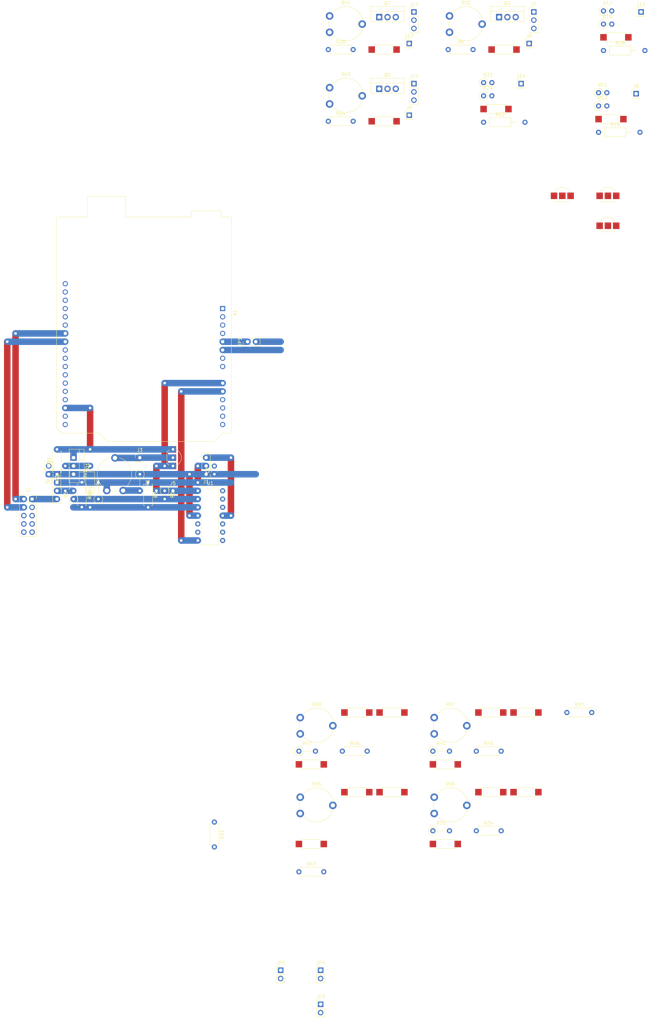
<source format=kicad_pcb>
(kicad_pcb (version 20211014) (generator pcbnew)
  (layers (0 "F.Cu" signal) (31 "B.Cu" signal) (34 "B.Paste" user) (35 "F.Paste" user) (36 "B.SilkS" user "B.Silkscreen") (37 "F.SilkS" user "F.Silkscreen") (38 "B.Mask" user) (39 "F.Mask" user) (44 "Edge.Cuts" user))
  (net 0 "")
  (net 1 "/OUT0")
  (net 6 "/DIS0")
  (net 8 "GND")
  (net 14 "/ch0/N")
  (net 15 "+5V")
  (net 16 "/ch0/P")
  (net 17 "Net-(R1-Pad2)")
  (net 18 "/N_RST")
  (net 19 "Net-(R5-Pad1)")
  (net 20 "Net-(A1-Pad5)")
  (net 21 "/OUT1")
  (net 22 "/OUT2")
  (net 32 "/OUT3")
  (net 33 "/ARD_PWM3")
  (net 34 "/ARD_PWM2")
  (net 35 "/ARD_PWM1")
  (net 36 "/ARD_PWM0")
  (net 37 "/PWM0")
  (net 38 "/ch1/N")
  (net 39 "/PWM1")
  (net 40 "/ch2/N")
  (net 41 "/PWM2")
  (net 42 "Net-(J12-Pad1)")
  (net 43 "/ch3/N")
  (net 44 "/PWM3")
  (net 45 "/DIS1")
  (net 46 "/ch1/P")
  (net 47 "/DIS2")
  (net 48 "/ch2/P")
  (net 49 "/DIS3")
  (net 50 "/ch3/P")
  (net 51 "Net-(R7-Pad2)")
  (net 52 "Net-(R10-Pad2)")
  (net 53 "Net-(R11-Pad1)")
  (net 54 "Net-(R13-Pad2)")
  (net 55 "Net-(R4-Pad2)")
  (net 56 "Net-(R17-Pad1)")
  (net 57 "Net-(R19-Pad2)")
  (net 58 "Net-(R16-Pad2)")
  (net 59 "Net-(R23-Pad1)")
  (net 60 "Net-(J3-Pad1)")
  (net 61 "Net-(J6-Pad1)")
  (net 62 "Net-(J9-Pad1)")
  (net 63 "-5V")
  (net 64 "Net-(R22-Pad2)")
  (net 65 "Net-(R26-Pad2)")
  (net 66 "Net-(R27-Pad1)")
  (net 67 "Net-(R32-Pad2)")
  (net 68 "Net-(R33-Pad1)")
  (net 69 "Net-(R38-Pad2)")
  (net 70 "Net-(R39-Pad1)")
  (net 71 "Net-(R44-Pad2)")
  (net 72 "Net-(R45-Pad1)")
  (footprint "For_Rasterboard:R_Axial_DIN0207_L6.3mm_D2.5mm_Pinf_Horizontal" (layer "F.Cu") (at 176.22 283.345)
    (fp_text reference "R33" hide)
    (fp_text value "10k")
    (pad "1" smd rect locked (at 0 0) (size 2 2) (layers "F.Cu") (net 68 "Net-(R33-Pad1)"))
    (pad "2" smd rect locked (at 7.62 0) (size 2 2) (layers "F.Cu") (net 8 "GND"))
  )
  (footprint "Connector_PinHeader_2.54mm:PinHeader_1x02_P2.54mm_Vertical" (layer "F.Cu") (at 141.79 322.065)
    (fp_text reference "JP4" (at 0 -2.33) (layer "F.SilkS"))
    (fp_text value "1x2 2.54mm male")
    (pad "1" thru_hole rect (at 0 0) (size 1.7 1.7) (drill 1) (layers *.Cu *.Mask) (net 15 "+5V"))
    (pad "2" thru_hole oval (at 0 2.54) (size 1.7 1.7) (drill 1) (layers *.Cu *.Mask) (net 48 "/ch2/P"))
  )
  (footprint "For_Rasterboard:R_Axial_DIN0207_L6.3mm_D2.5mm_P12.70mm_Horizontal" (layer "F.Cu") (at 71.12 167.405 -90)
    (fp_text reference "R4" (at 5.08 -2.37 -90) (layer "F.SilkS"))
    (fp_text value "10k")
    (pad "1" thru_hole circle (at 0 0 270) (size 1.6 1.6) (drill 0.8) (layers *.Cu *.Mask) (net 16 "/ch0/P"))
    (pad "2" thru_hole oval (at 12.7 0 270) (size 1.6 1.6) (drill 0.8) (layers *.Cu *.Mask) (net 55 "Net-(R4-Pad2)"))
  )
  (footprint "For_Rasterboard:R_Axial_DIN0207_L6.3mm_D2.5mm_P2.54mm_Vertical" (layer "F.Cu") (at 228.52 31.915)
    (fp_text reference "R18" (at 1.27 -2.37) (layer "F.SilkS"))
    (fp_text value "100k")
    (pad "1" thru_hole circle (at 0 0) (size 1.6 1.6) (drill 0.8) (layers *.Cu *.Mask) (net 22 "/OUT2"))
    (pad "2" thru_hole oval (at 2.54 0) (size 1.6 1.6) (drill 0.8) (layers *.Cu *.Mask) (net 56 "Net-(R17-Pad1)"))
  )
  (footprint "For_Rasterboard:R_Axial_DIN0207_L6.3mm_D2.5mm_P7.62mm_Horizontal" (layer "F.Cu") (at 180.91 39.715)
    (fp_text reference "R8" (at 3.81 -2.37) (layer "F.SilkS"))
    (fp_text value "0.1")
    (pad "1" thru_hole circle (at 0 0) (size 1.6 1.6) (drill 0.8) (layers *.Cu *.Mask) (net 38 "/ch1/N"))
    (pad "2" thru_hole oval (at 7.62 0) (size 1.6 1.6) (drill 0.8) (layers *.Cu *.Mask) (net 46 "/ch1/P"))
  )
  (footprint "For_Rasterboard:R_Axial_DIN0207_L6.3mm_D2.5mm_Pinf_Horizontal" (layer "F.Cu") (at 190.17 243.025)
    (fp_text reference "R38" hide)
    (fp_text value "10k")
    (pad "1" smd rect locked (at 0 0) (size 2 2) (layers "F.Cu") (net 15 "+5V"))
    (pad "2" smd rect locked (at 7.62 0) (size 2 2) (layers "F.Cu") (net 69 "Net-(R38-Pad2)"))
  )
  (footprint "Resistor_THT:R_Axial_DIN0207_L6.3mm_D2.5mm_P5.08mm_Vertical" (layer "F.Cu") (at 73.66 177.565 90)
    (fp_text reference "R29" (at 2.54 -2.37 90) (layer "F.SilkS"))
    (fp_text value "10k")
    (pad "1" thru_hole circle (at 0 0 90) (size 1.6 1.6) (drill 0.8) (layers *.Cu *.Mask) (net 19 "Net-(R5-Pad1)"))
    (pad "2" thru_hole oval (at 5.08 0 90) (size 1.6 1.6) (drill 0.8) (layers *.Cu *.Mask) (net 8 "GND"))
  )
  (footprint "Connector_PinHeader_2.54mm:PinHeader_1x01_P2.54mm_Vertical" (layer "F.Cu") (at 203.28 50.155)
    (fp_text reference "J14" (at 0 -2.33) (layer "F.SilkS"))
    (fp_text value "1x1 2.54mm male")
    (pad "1" thru_hole rect (at 0 0) (size 1.7 1.7) (drill 1) (layers *.Cu *.Mask) (net 32 "/OUT3"))
  )
  (footprint "Package_TO_SOT_THT:TO-220-3_Vertical" (layer "F.Cu") (at 159.76 51.755)
    (fp_text reference "Q5" (at 2.54 -4.27) (layer "F.SilkS"))
    (fp_text value "IRF4905")
    (pad "1" thru_hole rect (at 0 0) (size 1.905 2) (drill 1.1) (layers *.Cu *.Mask) (net 47 "/DIS2"))
    (pad "2" thru_hole oval (at 2.54 0) (size 1.905 2) (drill 1.1) (layers *.Cu *.Mask) (net 48 "/ch2/P"))
    (pad "3" thru_hole oval (at 5.08 0) (size 1.905 2) (drill 1.1) (layers *.Cu *.Mask) (net 15 "+5V"))
  )
  (footprint "For_Rasterboard:R_Axial_DIN0207_L6.3mm_D2.5mm_P7.62mm_Horizontal" (layer "F.Cu") (at 88.9 172.485 -90)
    (fp_text reference "R3" (at 3.81 -2.37 90) (layer "F.SilkS"))
    (fp_text value "100k")
    (pad "1" thru_hole circle (at 0 0 270) (size 1.6 1.6) (drill 0.8) (layers *.Cu *.Mask) (net 8 "GND"))
    (pad "2" thru_hole oval (at 7.62 0 270) (size 1.6 1.6) (drill 0.8) (layers *.Cu *.Mask) (net 55 "Net-(R4-Pad2)"))
  )
  (footprint "Package_TO_SOT_THT:TO-220-3_Vertical" (layer "F.Cu") (at 196.52 29.765)
    (fp_text reference "Q3" (at 2.54 -4.27) (layer "F.SilkS"))
    (fp_text value "IRF4905")
    (pad "1" thru_hole rect (at 0 0) (size 1.905 2) (drill 1.1) (layers *.Cu *.Mask) (net 45 "/DIS1"))
    (pad "2" thru_hole oval (at 2.54 0) (size 1.905 2) (drill 1.1) (layers *.Cu *.Mask) (net 46 "/ch1/P"))
    (pad "3" thru_hole oval (at 5.08 0) (size 1.905 2) (drill 1.1) (layers *.Cu *.Mask) (net 15 "+5V"))
  )
  (footprint "For_Rasterboard:TO-92_Inline_inf" (layer "F.Cu") (at 227.34 93.745)
    (fp_text reference "Q4" hide)
    (fp_text value "BC548")
    (pad "1" smd rect locked (at 0 0) (size 2 2) (layers "F.Cu" "F.Paste" "F.Mask") (net 45 "/DIS1"))
    (pad "2" smd rect locked (at 2.54 0) (size 2 2) (layers "F.Cu" "F.Paste" "F.Mask") (net 61 "Net-(J6-Pad1)"))
    (pad "3" smd rect locked (at 5.08 0) (size 2 2) (layers "F.Cu" "F.Paste" "F.Mask") (net 21 "/OUT1"))
  )
  (footprint "For_Rasterboard:R_Axial_DIN0207_L6.3mm_D2.5mm_P7.62mm_Horizontal" (layer "F.Cu") (at 63.5 175.025 90)
    (fp_text reference "R2" (at 3.81 -2.37 90) (layer "F.SilkS"))
    (fp_text value "0.1")
    (pad "1" thru_hole circle (at 0 0 90) (size 1.6 1.6) (drill 0.8) (layers *.Cu *.Mask) (net 14 "/ch0/N"))
    (pad "2" thru_hole oval (at 7.62 0 90) (size 1.6 1.6) (drill 0.8) (layers *.Cu *.Mask) (net 16 "/ch0/P"))
  )
  (footprint "For_Rasterboard:R_Axial_DIN0207_L6.3mm_D2.5mm_P7.62mm_Horizontal" (layer "F.Cu") (at 60.96 169.945 90)
    (fp_text reference "R25" (at 3.81 -2.37 90) (layer "F.SilkS"))
    (fp_text value "100k")
    (pad "1" thru_hole circle (at 0 0 90) (size 1.6 1.6) (drill 0.8) (layers *.Cu *.Mask) (net 15 "+5V"))
    (pad "2" thru_hole oval (at 7.62 0 90) (size 1.6 1.6) (drill 0.8) (layers *.Cu *.Mask) (net 6 "/DIS0"))
  )
  (footprint "Resistor_THT:R_Axial_DIN0207_L6.3mm_D2.5mm_P2.54mm_Vertical" (layer "F.Cu") (at 228.52 27.865)
    (fp_text reference "R17" (at 1.27 -2.37) (layer "F.SilkS"))
    (fp_text value "10k")
    (pad "1" thru_hole circle (at 0 0) (size 1.6 1.6) (drill 0.8) (layers *.Cu *.Mask) (net 56 "Net-(R17-Pad1)"))
    (pad "2" thru_hole oval (at 2.54 0) (size 1.6 1.6) (drill 0.8) (layers *.Cu *.Mask) (net 40 "/ch2/N"))
  )
  (footprint "For_Rasterboard:R_Axial_DIN0207_L6.3mm_D2.5mm_P5.08mm_Vertical" (layer "F.Cu") (at 86.36 169.945 -90)
    (fp_text reference "R1" (at 2.54 -2.37 90) (layer "F.SilkS"))
    (fp_text value "1k")
    (pad "1" thru_hole circle (at 0 0 270) (size 1.6 1.6) (drill 0.8) (layers *.Cu *.Mask) (net 15 "+5V"))
    (pad "2" thru_hole oval (at 5.08 0 270) (size 1.6 1.6) (drill 0.8) (layers *.Cu *.Mask) (net 17 "Net-(R1-Pad2)"))
  )
  (footprint "Resistor_THT:R_Axial_DIN0207_L6.3mm_D2.5mm_P2.54mm_Vertical" (layer "F.Cu") (at 227.01 52.945)
    (fp_text reference "R11" (at 1.27 -2.37) (layer "F.SilkS"))
    (fp_text value "10k")
    (pad "1" thru_hole circle (at 0 0) (size 1.6 1.6) (drill 0.8) (layers *.Cu *.Mask) (net 53 "Net-(R11-Pad1)"))
    (pad "2" thru_hole oval (at 2.54 0) (size 1.6 1.6) (drill 0.8) (layers *.Cu *.Mask) (net 38 "/ch1/N"))
  )
  (footprint "For_Rasterboard:TO-92_Inline_inf" (layer "F.Cu") (at 227.34 84.565)
    (fp_text reference "Q6" hide)
    (fp_text value "BC548")
    (pad "1" smd rect locked (at 0 0) (size 2 2) (layers "F.Cu" "F.Paste" "F.Mask") (net 47 "/DIS2"))
    (pad "2" smd rect locked (at 2.54 0) (size 2 2) (layers "F.Cu" "F.Paste" "F.Mask") (net 62 "Net-(J9-Pad1)"))
    (pad "3" smd rect locked (at 5.08 0) (size 2 2) (layers "F.Cu" "F.Paste" "F.Mask") (net 22 "/OUT2"))
  )
  (footprint "For_Rasterboard:R_Axial_DIN0207_L6.3mm_D2.5mm_Pinf_Horizontal" (layer "F.Cu") (at 194.22 39.715)
    (fp_text reference "R7" hide)
    (fp_text value "1k")
    (pad "1" smd rect locked (at 0 0) (size 2 2) (layers "F.Cu") (net 15 "+5V"))
    (pad "2" smd rect locked (at 7.62 0) (size 2 2) (layers "F.Cu") (net 51 "Net-(R7-Pad2)"))
  )
  (footprint "Connector_PinHeader_2.54mm:PinHeader_1x01_P2.54mm_Vertical" (layer "F.Cu") (at 238.53 53.245)
    (fp_text reference "J8" (at 0 -2.33) (layer "F.SilkS"))
    (fp_text value "1x1 2.54mm male")
    (pad "1" thru_hole rect (at 0 0) (size 1.7 1.7) (drill 1) (layers *.Cu *.Mask) (net 21 "/OUT1"))
  )
  (footprint "For_Rasterboard:R_Axial_DIN0207_L6.3mm_D2.5mm_P12.70mm_Horizontal" (layer "F.Cu") (at 228.52 40.015)
    (fp_text reference "R16" (at 5.08 -2.37) (layer "F.SilkS"))
    (fp_text value "10k")
    (pad "1" thru_hole circle (at 0 0) (size 1.6 1.6) (drill 0.8) (layers *.Cu *.Mask) (net 48 "/ch2/P"))
    (pad "2" thru_hole oval (at 12.7 0) (size 1.6 1.6) (drill 0.8) (layers *.Cu *.Mask) (net 58 "Net-(R16-Pad2)"))
  )
  (footprint "Package_TO_SOT_THT:TO-220-3_Vertical" (layer "F.Cu") (at 66.04 164.865 -90)
    (fp_text reference "Q1" (at 2.54 -4.27 90) (layer "F.SilkS"))
    (fp_text value "IRF4905")
    (pad "1" thru_hole rect (at 0 0 270) (size 1.905 2) (drill 1.1) (layers *.Cu *.Mask) (net 6 "/DIS0"))
    (pad "2" thru_hole oval (at 2.54 0 270) (size 1.905 2) (drill 1.1) (layers *.Cu *.Mask) (net 16 "/ch0/P"))
    (pad "3" thru_hole oval (at 5.08 0 270) (size 1.905 2) (drill 1.1) (layers *.Cu *.Mask) (net 15 "+5V"))
  )
  (footprint "Connector_PinHeader_2.54mm:PinHeader_1x02_P2.54mm_Vertical" (layer "F.Cu") (at 58.42 169.945 180)
    (fp_text reference "JP2" (at 0 -2.33) (layer "F.SilkS"))
    (fp_text value "1x2 2.54mm male")
    (pad "1" thru_hole rect (at 0 0 180) (size 1.7 1.7) (drill 1) (layers *.Cu *.Mask) (net 15 "+5V"))
    (pad "2" thru_hole oval (at 0 2.54 180) (size 1.7 1.7) (drill 1) (layers *.Cu *.Mask) (net 16 "/ch0/P"))
  )
  (footprint "Connector_PinHeader_2.54mm:PinHeader_1x01_P2.54mm_Vertical" (layer "F.Cu") (at 240.04 28.165)
    (fp_text reference "J11" (at 0 -2.33) (layer "F.SilkS"))
    (fp_text value "1x1 2.54mm male")
    (pad "1" thru_hole rect (at 0 0) (size 1.7 1.7) (drill 1) (layers *.Cu *.Mask) (net 22 "/OUT2"))
  )
  (footprint "For_Rasterboard:R_Axial_DIN0207_L6.3mm_D2.5mm_P2.54mm_Vertical" (layer "F.Cu") (at 227.01 56.995)
    (fp_text reference "R12" (at 1.27 -2.37) (layer "F.SilkS"))
    (fp_text value "100k")
    (pad "1" thru_hole circle (at 0 0) (size 1.6 1.6) (drill 0.8) (layers *.Cu *.Mask) (net 21 "/OUT1"))
    (pad "2" thru_hole oval (at 2.54 0) (size 1.6 1.6) (drill 0.8) (layers *.Cu *.Mask) (net 53 "Net-(R11-Pad1)"))
  )
  (footprint "For_Rasterboard:R_Axial_DIN0207_L6.3mm_D2.5mm_P12.70mm_Horizontal" (layer "F.Cu") (at 191.76 62.005)
    (fp_text reference "R22" (at 5.08 -2.37) (layer "F.SilkS"))
    (fp_text value "10k")
    (pad "1" thru_hole circle (at 0 0) (size 1.6 1.6) (drill 0.8) (layers *.Cu *.Mask) (net 50 "/ch3/P"))
    (pad "2" thru_hole oval (at 12.7 0) (size 1.6 1.6) (drill 0.8) (layers *.Cu *.Mask) (net 64 "Net-(R22-Pad2)"))
  )
  (footprint "Resistor_THT:R_Axial_DIN0207_L6.3mm_D2.5mm_P5.08mm_Vertical" (layer "F.Cu") (at 135.14 254.875)
    (fp_text reference "R47" (at 2.54 -2.37) (layer "F.SilkS"))
    (fp_text value "10k")
    (pad "1" thru_hole circle (at 0 0) (size 1.6 1.6) (drill 0.8) (layers *.Cu *.Mask) (net 59 "Net-(R23-Pad1)"))
    (pad "2" thru_hole oval (at 5.08 0) (size 1.6 1.6) (drill 0.8) (layers *.Cu *.Mask) (net 8 "GND"))
  )
  (footprint "For_Rasterboard:R_Axial_DIN0207_L6.3mm_D2.5mm_P7.62mm_Horizontal" (layer "F.Cu") (at 144.15 39.715)
    (fp_text reference "R20" (at 3.81 -2.37) (layer "F.SilkS"))
    (fp_text value "0.1")
    (pad "1" thru_hole circle (at 0 0) (size 1.6 1.6) (drill 0.8) (layers *.Cu *.Mask) (net 43 "/ch3/N"))
    (pad "2" thru_hole oval (at 7.62 0) (size 1.6 1.6) (drill 0.8) (layers *.Cu *.Mask) (net 50 "/ch3/P"))
  )
  (footprint "For_Rasterboard:R_Axial_DIN0207_L6.3mm_D2.5mm_Pinf_Horizontal" (layer "F.Cu") (at 191.76 57.955)
    (fp_text reference "R21" hide)
    (fp_text value "100k")
    (pad "1" smd rect locked (at 0 0) (size 2 2) (layers "F.Cu") (net 8 "GND"))
    (pad "2" smd rect locked (at 7.62 0) (size 2 2) (layers "F.Cu") (net 64 "Net-(R22-Pad2)"))
  )
  (footprint "For_Rasterboard:R_Axial_DIN0207_L6.3mm_D2.5mm_Pinf_Horizontal" (layer "F.Cu") (at 157.46 61.705)
    (fp_text reference "R13" hide)
    (fp_text value "1k")
    (pad "1" smd rect locked (at 0 0) (size 2 2) (layers "F.Cu") (net 15 "+5V"))
    (pad "2" smd rect locked (at 7.62 0) (size 2 2) (layers "F.Cu") (net 54 "Net-(R13-Pad2)"))
  )
  (footprint "Connector_PinHeader_2.54mm:PinHeader_1x03_P2.54mm_Vertical" (layer "F.Cu") (at 170.4 50.155)
    (fp_text reference "J10" (at 0 -2.33) (layer "F.SilkS"))
    (fp_text value "1x3 2.54mm male")
    (pad "1" thru_hole rect (at 0 0) (size 1.7 1.7) (drill 1) (layers *.Cu *.Mask) (net 8 "GND"))
    (pad "2" thru_hole oval (at 0 2.54) (size 1.7 1.7) (drill 1) (layers *.Cu *.Mask) (net 40 "/ch2/N"))
    (pad "3" thru_hole oval (at 0 5.08) (size 1.7 1.7) (drill 1) (layers *.Cu *.Mask) (net 41 "/PWM2"))
  )
  (footprint "Potentiometer_THT:Potentiometer_Piher_PT-10-V10_Vertical" (layer "F.Cu") (at 135.54 249.575)
    (fp_text reference "RV8" (at 5 -9.05) (layer "F.SilkS"))
    (fp_text value "1k")
    (pad "1" thru_hole circle (at 0 0) (size 2.34 2.34) (drill 1.3) (layers *.Cu *.Mask) (net 71 "Net-(R44-Pad2)"))
    (pad "2" thru_hole circle (at 10 -2.5) (size 2.34 2.34) (drill 1.3) (layers *.Cu *.Mask) (net 50 "/ch3/P"))
    (pad "3" thru_hole circle (at 0 -5) (size 2.34 2.34) (drill 1.3) (layers *.Cu *.Mask) (net 72 "Net-(R45-Pad1)"))
  )
  (footprint "For_Rasterboard:R_Axial_DIN0207_L6.3mm_D2.5mm_Pinf_Horizontal" (layer "F.Cu") (at 135.14 283.345)
    (fp_text reference "R27" hide)
    (fp_text value "10k")
    (pad "1" smd rect locked (at 0 0) (size 2 2) (layers "F.Cu") (net 66 "Net-(R27-Pad1)"))
    (pad "2" smd rect locked (at 7.62 0) (size 2 2) (layers "F.Cu") (net 8 "GND"))
  )
  (footprint "For_Rasterboard:R_Axial_DIN0207_L6.3mm_D2.5mm_Pinf_Horizontal" (layer "F.Cu") (at 149.09 243.025)
    (fp_text reference "R44" hide)
    (fp_text value "10k")
    (pad "1" smd rect locked (at 0 0) (size 2 2) (layers "F.Cu") (net 15 "+5V"))
    (pad "2" smd rect locked (at 7.62 0) (size 2 2) (layers "F.Cu") (net 71 "Net-(R44-Pad2)"))
  )
  (footprint "Connector_PinHeader_2.54mm:PinHeader_1x01_P2.54mm_Vertical" (layer "F.Cu") (at 168.98 37.865)
    (fp_text reference "J12" (at 0 -2.33) (layer "F.SilkS"))
    (fp_text value "1x1 2.54mm male")
    (pad "1" thru_hole rect (at 0 0) (size 1.7 1.7) (drill 1) (layers *.Cu *.Mask) (net 42 "Net-(J12-Pad1)"))
  )
  (footprint "For_Rasterboard:R_Axial_DIN0207_L6.3mm_D2.5mm_Pinf_Horizontal" (layer "F.Cu") (at 200.94 243.025)
    (fp_text reference "R42" hide)
    (fp_text value "100k")
    (pad "1" smd rect locked (at 0 0) (size 2 2) (layers "F.Cu") (net 22 "/OUT2"))
    (pad "2" smd rect locked (at 7.62 0) (size 2 2) (layers "F.Cu") (net 8 "GND"))
  )
  (footprint "Potentiometer_THT:Potentiometer_Piher_PT-10-V10_Vertical" (layer "F.Cu") (at 181.31 34.415)
    (fp_text reference "RV2" (at 5 -9.05) (layer "F.SilkS"))
    (fp_text value "1k")
    (pad "1" thru_hole circle (at 0 0) (size 2.34 2.34) (drill 1.3) (layers *.Cu *.Mask) (net 51 "Net-(R7-Pad2)"))
    (pad "2" thru_hole circle (at 10 -2.5) (size 2.34 2.34) (drill 1.3) (layers *.Cu *.Mask) (net 61 "Net-(J6-Pad1)"))
    (pad "3" thru_hole circle (at 0 -5) (size 2.34 2.34) (drill 1.3) (layers *.Cu *.Mask) (net 8 "GND"))
  )
  (footprint "For_Rasterboard:R_Axial_DIN0207_L6.3mm_D2.5mm_Pinf_Horizontal" (layer "F.Cu") (at 159.86 267.445)
    (fp_text reference "R30" hide)
    (fp_text value "100k")
    (pad "1" smd rect locked (at 0 0) (size 2 2) (layers "F.Cu") (net 1 "/OUT0"))
    (pad "2" smd rect locked (at 7.62 0) (size 2 2) (layers "F.Cu") (net 8 "GND"))
  )
  (footprint "Connector_PinHeader_2.54mm:PinHeader_1x02_P2.54mm_Vertical" (layer "F.Cu") (at 119.38 129.305 90)
    (fp_text reference "JP1" (at 0 -2.33 90) (layer "F.SilkS"))
    (fp_text value "1x2 2.54mm male")
    (pad "1" thru_hole rect (at 0 0 90) (size 1.7 1.7) (drill 1) (layers *.Cu *.Mask) (net 20 "Net-(A1-Pad5)"))
    (pad "2" thru_hole oval (at 0 2.54 90) (size 1.7 1.7) (drill 1) (layers *.Cu *.Mask) (net 15 "+5V"))
  )
  (footprint "For_Rasterboard:TO-92_Inline_inf" (layer "F.Cu") (at 213.36 84.565)
    (fp_text reference "Q8" hide)
    (fp_text value "BC548")
    (pad "1" smd rect locked (at 0 0) (size 2 2) (layers "F.Cu" "F.Paste" "F.Mask") (net 49 "/DIS3"))
    (pad "2" smd rect locked (at 2.54 0) (size 2 2) (layers "F.Cu" "F.Paste" "F.Mask") (net 42 "Net-(J12-Pad1)"))
    (pad "3" smd rect locked (at 5.08 0) (size 2 2) (layers "F.Cu" "F.Paste" "F.Mask") (net 32 "/OUT3"))
  )
  (footprint "Package_DIP:DIP-14_W7.62mm" (layer "F.Cu") (at 104.14 175.025)
    (fp_text reference "U1" (at 3.81 -2.33) (layer "F.SilkS"))
    (fp_text value "LM324")
    (pad "1" thru_hole rect (at 0 0) (size 1.6 1.6) (drill 0.8) (layers *.Cu *.Mask) (net 1 "/OUT0"))
    (pad "2" thru_hole oval (at 0 2.54) (size 1.6 1.6) (drill 0.8) (layers *.Cu *.Mask) (net 19 "Net-(R5-Pad1)"))
    (pad "3" thru_hole oval (at 0 5.08) (size 1.6 1.6) (drill 0.8) (layers *.Cu *.Mask) (net 55 "Net-(R4-Pad2)"))
    (pad "4" thru_hole oval (at 0 7.62) (size 1.6 1.6) (drill 0.8) (layers *.Cu *.Mask) (net 15 "+5V"))
    (pad "5" thru_hole oval (at 0 10.16) (size 1.6 1.6) (drill 0.8) (layers *.Cu *.Mask) (net 52 "Net-(R10-Pad2)"))
    (pad "6" thru_hole oval (at 0 12.7) (size 1.6 1.6) (drill 0.8) (layers *.Cu *.Mask) (net 53 "Net-(R11-Pad1)"))
    (pad "7" thru_hole oval (at 0 15.24) (size 1.6 1.6) (drill 0.8) (layers *.Cu *.Mask) (net 21 "/OUT1"))
    (pad "8" thru_hole oval (at 7.62 15.24) (size 1.6 1.6) (drill 0.8) (layers *.Cu *.Mask) (net 22 "/OUT2"))
    (pad "9" thru_hole oval (at 7.62 12.7) (size 1.6 1.6) (drill 0.8) (layers *.Cu *.Mask) (net 56 "Net-(R17-Pad1)"))
    (pad "10" thru_hole oval (at 7.62 10.16) (size 1.6 1.6) (drill 0.8) (layers *.Cu *.Mask) (net 58 "Net-(R16-Pad2)"))
    (pad "11" thru_hole oval (at 7.62 7.62) (size 1.6 1.6) (drill 0.8) (layers *.Cu *.Mask) (net 63 "-5V"))
    (pad "12" thru_hole oval (at 7.62 5.08) (size 1.6 1.6) (drill 0.8) (layers *.Cu *.Mask) (net 64 "Net-(R22-Pad2)"))
    (pad "13" thru_hole oval (at 7.62 2.54) (size 1.6 1.6) (drill 0.8) (layers *.Cu *.Mask) (net 59 "Net-(R23-Pad1)"))
    (pad "14" thru_hole oval (at 7.62 0) (size 1.6 1.6) (drill 0.8) (layers *.Cu *.Mask) (net 32 "/OUT3"))
  )
  (footprint "Connector_PinHeader_2.54mm:PinHeader_1x01_P2.54mm_Vertical" (layer "F.Cu") (at 96.52 175.025)
    (fp_text reference "J5" (at 0 -2.33) (layer "F.SilkS"))
    (fp_text value "1x1 2.54mm male")
    (pad "1" thru_hole rect (at 0 0) (size 1.7 1.7) (drill 1) (layers *.Cu *.Mask) (net 1 "/OUT0"))
  )
  (footprint "Potentiometer_THT:Potentiometer_Piher_PT-10-V10_Vertical" (layer "F.Cu") (at 176.62 273.995)
    (fp_text reference "RV6" (at 5 -9.05) (layer "F.SilkS"))
    (fp_text value "1k")
    (pad "1" thru_hole circle (at 0 0) (size 2.34 2.34) (drill 1.3) (layers *.Cu *.Mask) (net 67 "Net-(R32-Pad2)"))
    (pad "2" thru_hole circle (at 10 -2.5) (size 2.34 2.34) (drill 1.3) (layers *.Cu *.Mask) (net 46 "/ch1/P"))
    (pad "3" thru_hole circle (at 0 -5) (size 2.34 2.34) (drill 1.3) (layers *.Cu *.Mask) (net 68 "Net-(R33-Pad1)"))
  )
  (footprint "Connector_PinHeader_2.54mm:PinHeader_1x01_P2.54mm_Vertical" (layer "F.Cu") (at 86.36 164.865)
    (fp_text reference "J3" (at 0 -2.33) (layer "F.SilkS"))
    (fp_text value "1x1 2.54mm male")
    (pad "1" thru_hole rect (at 0 0) (size 1.7 1.7) (drill 1) (layers *.Cu *.Mask) (net 60 "Net-(J3-Pad1)"))
  )
  (footprint "Connector_PinHeader_2.54mm:PinHeader_1x03_P2.54mm_Vertical" (layer "F.Cu") (at 60.96 172.485)
    (fp_text reference "J4" (at 0 -2.33) (layer "F.SilkS"))
    (fp_text value "1x3 2.54mm male")
    (pad "1" thru_hole rect (at 0 0) (size 1.7 1.7) (drill 1) (layers *.Cu *.Mask) (net 8 "GND"))
    (pad "2" thru_hole oval (at 0 2.54) (size 1.7 1.7) (drill 1) (layers *.Cu *.Mask) (net 14 "/ch0/N"))
    (pad "3" thru_hole oval (at 0 5.08) (size 1.7 1.7) (drill 1) (layers *.Cu *.Mask) (net 37 "/PWM0"))
  )
  (footprint "For_Rasterboard:Arduino_UNO_R3_WithMountingHoles_Snapped_to_P2.54mm" (layer "F.Cu") (at 111.76 119.145 -90)
    (fp_text reference "A1" (at 1.27 -3.81 90) (layer "F.SilkS"))
    (fp_text value "Arduino_UNO_R3")
    (pad "" np_thru_hole circle (at 38.1 5.08) (size 3.2 3.2) (drill 3.2) (layers *.Cu *.Mask))
    (pad "" np_thru_hole circle (at -13.97 0) (size 3.2 3.2) (drill 3.2) (layers *.Cu *.Mask))
    (pad "" np_thru_hole circle (at 38.1 33.02) (size 3.2 3.2) (drill 3.2) (layers *.Cu *.Mask))
    (pad "" np_thru_hole circle (at -12.7 48.26) (size 3.2 3.2) (drill 3.2) (layers *.Cu *.Mask))
    (pad "1" thru_hole rect (at 0 0) (size 1.6 1.6) (drill 1) (layers *.Cu *.Mask))
    (pad "2" thru_hole oval (at 2.54 0) (size 1.6 1.6) (drill 1) (layers *.Cu *.Mask))
    (pad "3" thru_hole oval (at 5.08 0) (size 1.6 1.6) (drill 1) (layers *.Cu *.Mask) (net 18 "/N_RST"))
    (pad "4" thru_hole oval (at 7.62 0) (size 1.6 1.6) (drill 1) (layers *.Cu *.Mask))
    (pad "5" thru_hole oval (at 10.16 0) (size 1.6 1.6) (drill 1) (layers *.Cu *.Mask) (net 20 "Net-(A1-Pad5)"))
    (pad "6" thru_hole oval (at 12.7 0) (size 1.6 1.6) (drill 1) (layers *.Cu *.Mask) (net 8 "GND"))
    (pad "7" thru_hole oval (at 15.24 0) (size 1.6 1.6) (drill 1) (layers *.Cu *.Mask) (net 8 "GND"))
    (pad "8" thru_hole oval (at 17.78 0) (size 1.6 1.6) (drill 1) (layers *.Cu *.Mask))
    (pad "9" thru_hole oval (at 22.86 0) (size 1.6 1.6) (drill 1) (layers *.Cu *.Mask) (net 1 "/OUT0"))
    (pad "10" thru_hole oval (at 25.4 0) (size 1.6 1.6) (drill 1) (layers *.Cu *.Mask) (net 21 "/OUT1"))
    (pad "11" thru_hole oval (at 27.94 0) (size 1.6 1.6) (drill 1) (layers *.Cu *.Mask) (net 22 "/OUT2"))
    (pad "12" thru_hole oval (at 30.48 0) (size 1.6 1.6) (drill 1) (layers *.Cu *.Mask) (net 32 "/OUT3"))
    (pad "13" thru_hole oval (at 33.02 0) (size 1.6 1.6) (drill 1) (layers *.Cu *.Mask))
    (pad "14" thru_hole oval (at 35.56 0) (size 1.6 1.6) (drill 1) (layers *.Cu *.Mask))
    (pad "15" thru_hole oval (at 35.56 48.26) (size 1.6 1.6) (drill 1) (layers *.Cu *.Mask))
    (pad "16" thru_hole oval (at 33.02 48.26) (size 1.6 1.6) (drill 1) (layers *.Cu *.Mask))
    (pad "17" thru_hole oval (at 30.48 48.26) (size 1.6 1.6) (drill 1) (layers *.Cu *.Mask) (net 6 "/DIS0"))
    (pad "18" thru_hole oval (at 27.94 48.26) (size 1.6 1.6) (drill 1) (layers *.Cu *.Mask))
    (pad "19" thru_hole oval (at 25.4 48.26) (size 1.6 1.6) (drill 1) (layers *.Cu *.Mask))
    (pad "20" thru_hole oval (at 22.86 48.26) (size 1.6 1.6) (drill 1) (layers *.Cu *.Mask) (net 33 "/ARD_PWM3"))
    (pad "21" thru_hole oval (at 20.32 48.26) (size 1.6 1.6) (drill 1) (layers *.Cu *.Mask))
    (pad "22" thru_hole oval (at 17.78 48.26) (size 1.6 1.6) (drill 1) (layers *.Cu *.Mask))
    (pad "23" thru_hole oval (at 15.24 48.26) (size 1.6 1.6) (drill 1) (layers *.Cu *.Mask))
    (pad "24" thru_hole oval (at 12.7 48.26) (size 1.6 1.6) (drill 1) (layers *.Cu *.Mask) (net 34 "/ARD_PWM2"))
    (pad "25" thru_hole oval (at 10.16 48.26) (size 1.6 1.6) (drill 1) (layers *.Cu *.Mask) (net 35 "/ARD_PWM1"))
    (pad "26" thru_hole oval (at 7.62 48.26) (size 1.6 1.6) (drill 1) (layers *.Cu *.Mask) (net 36 "/ARD_PWM0"))
    (pad "27" thru_hole oval (at 5.08 48.26) (size 1.6 1.6) (drill 1) (layers *.Cu *.Mask))
    (pad "28" thru_hole oval (at 2.54 48.26) (size 1.6 1.6) (drill 1) (layers *.Cu *.Mask))
    (pad "29" thru_hole oval (at 0 48.26) (size 1.6 1.6) (drill 1) (layers *.Cu *.Mask))
    (pad "30" thru_hole oval (at -2.54 48.26) (size 1.6 1.6) (drill 1) (layers *.Cu *.Mask))
    (pad "31" thru_hole oval (at -5.08 48.26) (size 1.6 1.6) (drill 1) (layers *.Cu *.Mask))
    (pad "32" thru_hole oval (at -7.62 48.26) (size 1.6 1.6) (drill 1) (layers *.Cu *.Mask))
  )
  (footprint "For_Rasterboard:R_Axial_DIN0207_L6.3mm_D2.5mm_P2.54mm_Vertical" (layer "F.Cu") (at 191.76 53.905)
    (fp_text reference "R24" (at 1.27 -2.37) (layer "F.SilkS"))
    (fp_text value "100k")
    (pad "1" thru_hole circle (at 0 0) (size 1.6 1.6) (drill 0.8) (layers *.Cu *.Mask) (net 32 "/OUT3"))
    (pad "2" thru_hole oval (at 2.54 0) (size 1.6 1.6) (drill 0.8) (layers *.Cu *.Mask) (net 59 "Net-(R23-Pad1)"))
  )
  (footprint "For_Rasterboard:R_Axial_DIN0207_L6.3mm_D2.5mm_P7.62mm_Horizontal" (layer "F.Cu") (at 148.45 254.875)
    (fp_text reference "R46" (at 3.81 -2.37) (layer "F.SilkS"))
    (fp_text value "10k")
    (pad "1" thru_hole circle (at 0 0) (size 1.6 1.6) (drill 0.8) (layers *.Cu *.Mask) (net 8 "GND"))
    (pad "2" thru_hole oval (at 7.62 0) (size 1.6 1.6) (drill 0.8) (layers *.Cu *.Mask) (net 64 "Net-(R22-Pad2)"))
  )
  (footprint "For_Rasterboard:R_Axial_DIN0207_L6.3mm_D2.5mm_P7.62mm_Horizontal" (layer "F.Cu") (at 217.3 243.025)
    (fp_text reference "R37" (at 3.81 -2.37) (layer "F.SilkS"))
    (fp_text value "100k")
    (pad "1" thru_hole circle (at 0 0) (size 1.6 1.6) (drill 0.8) (layers *.Cu *.Mask) (net 15 "+5V"))
    (pad "2" thru_hole oval (at 7.62 0) (size 1.6 1.6) (drill 0.8) (layers *.Cu *.Mask) (net 47 "/DIS2"))
  )
  (footprint "Connector_PinHeader_2.54mm:PinHeader_1x02_P2.54mm_Vertical" (layer "F.Cu") (at 141.79 332.505)
    (fp_text reference "JP3" (at 0 -2.33) (layer "F.SilkS"))
    (fp_text value "1x2 2.54mm male")
    (pad "1" thru_hole rect (at 0 0) (size 1.7 1.7) (drill 1) (layers *.Cu *.Mask) (net 15 "+5V"))
    (pad "2" thru_hole oval (at 0 2.54) (size 1.7 1.7) (drill 1) (layers *.Cu *.Mask) (net 46 "/ch1/P"))
  )
  (footprint "For_Rasterboard:R_Axial_DIN0207_L6.3mm_D2.5mm_Pinf_Horizontal" (layer "F.Cu") (at 149.09 267.445)
    (fp_text reference "R26" hide)
    (fp_text value "10k")
    (pad "1" smd rect locked (at 0 0) (size 2 2) (layers "F.Cu") (net 15 "+5V"))
    (pad "2" smd rect locked (at 7.62 0) (size 2 2) (layers "F.Cu") (net 65 "Net-(R26-Pad2)"))
  )
  (footprint "For_Rasterboard:R_Axial_DIN0207_L6.3mm_D2.5mm_Pinf_Horizontal" (layer "F.Cu") (at 135.14 258.925)
    (fp_text reference "R45" hide)
    (fp_text value "10k")
    (pad "1" smd rect locked (at 0 0) (size 2 2) (layers "F.Cu") (net 72 "Net-(R45-Pad1)"))
    (pad "2" smd rect locked (at 7.62 0) (size 2 2) (layers "F.Cu") (net 8 "GND"))
  )
  (footprint "Resistor_THT:R_Axial_DIN0207_L6.3mm_D2.5mm_P2.54mm_Vertical" (layer "F.Cu") (at 191.76 49.855)
    (fp_text reference "R23" (at 1.27 -2.37) (layer "F.SilkS"))
    (fp_text value "10k")
    (pad "1" thru_hole circle (at 0 0) (size 1.6 1.6) (drill 0.8) (layers *.Cu *.Mask) (net 59 "Net-(R23-Pad1)"))
    (pad "2" thru_hole oval (at 2.54 0) (size 1.6 1.6) (drill 0.8) (layers *.Cu *.Mask) (net 43 "/ch3/N"))
  )
  (footprint "For_Rasterboard:R_Axial_DIN0207_L6.3mm_D2.5mm_Pinf_Horizontal" (layer "F.Cu") (at 159.86 243.025)
    (fp_text reference "R48" hide)
    (fp_text value "100k")
    (pad "1" smd rect locked (at 0 0) (size 2 2) (layers "F.Cu") (net 32 "/OUT3"))
    (pad "2" smd rect locked (at 7.62 0) (size 2 2) (layers "F.Cu") (net 8 "GND"))
  )
  (footprint "For_Rasterboard:C_Disc_D3.0mm_W1.6mm_P2.50mm" (layer "F.Cu") (at 109.22 169.945 90)
    (fp_text reference "C1" (at 1.25 -2.05 90) (layer "F.SilkS"))
    (fp_text value "100n")
    (pad "1" thru_hole circle (at 0 0 90) (size 1.6 1.6) (drill 0.8) (layers *.Cu *.Mask) (net 15 "+5V"))
    (pad "2" thru_hole circle (at 2.5 0 90) (size 1.6 1.6) (drill 0.8) (layers *.Cu *.Mask) (net 63 "-5V"))
  )
  (footprint "For_Rasterboard:R_Axial_DIN0207_L6.3mm_D2.5mm_Pinf_Horizontal" (layer "F.Cu") (at 228.52 35.965)
    (fp_text reference "R15" hide)
    (fp_text value "100k")
    (pad "1" smd rect locked (at 0 0) (size 2 2) (layers "F.Cu") (net 8 "GND"))
    (pad "2" smd rect locked (at 7.62 0) (size 2 2) (layers "F.Cu") (net 58 "Net-(R16-Pad2)"))
  )
  (footprint "Potentiometer_THT:Potentiometer_Piher_PT-10-V10_Vertical" (layer "F.Cu") (at 144.55 34.415)
    (fp_text reference "RV4" (at 5 -9.05) (layer "F.SilkS"))
    (fp_text value "1k")
    (pad "1" thru_hole circle (at 0 0) (size 2.34 2.34) (drill 1.3) (layers *.Cu *.Mask) (net 57 "Net-(R19-Pad2)"))
    (pad "2" thru_hole circle (at 10 -2.5) (size 2.34 2.34) (drill 1.3) (layers *.Cu *.Mask) (net 42 "Net-(J12-Pad1)"))
    (pad "3" thru_hole circle (at 0 -5) (size 2.34 2.34) (drill 1.3) (layers *.Cu *.Mask) (net 8 "GND"))
  )
  (footprint "For_Rasterboard:R_Axial_DIN0207_L6.3mm_D2.5mm_Pinf_Horizontal" (layer "F.Cu") (at 157.46 39.715)
    (fp_text reference "R19" hide)
    (fp_text value "1k")
    (pad "1" smd rect locked (at 0 0) (size 2 2) (layers "F.Cu") (net 15 "+5V"))
    (pad "2" smd rect locked (at 7.62 0) (size 2 2) (layers "F.Cu") (net 57 "Net-(R19-Pad2)"))
  )
  (footprint "Potentiometer_THT:Potentiometer_Piher_PT-10-V10_Vertical" (layer "F.Cu") (at 135.54 273.995)
    (fp_text reference "RV5" (at 5 -9.05) (layer "F.SilkS"))
    (fp_text value "1k")
    (pad "1" thru_hole circle (at 0 0) (size 2.34 2.34) (drill 1.3) (layers *.Cu *.Mask) (net 65 "Net-(R26-Pad2)"))
    (pad "2" thru_hole circle (at 10 -2.5) (size 2.34 2.34) (drill 1.3) (layers *.Cu *.Mask) (net 16 "/ch0/P"))
    (pad "3" thru_hole circle (at 0 -5) (size 2.34 2.34) (drill 1.3) (layers *.Cu *.Mask) (net 66 "Net-(R27-Pad1)"))
  )
  (footprint "For_Rasterboard:R_Axial_DIN0207_L6.3mm_D2.5mm_P2.54mm_Vertical" (layer "F.Cu") (at 93.98 175.025 -90)
    (fp_text reference "R6" (at 1.27 -2.37 90) (layer "F.SilkS"))
    (fp_text value "100k")
    (pad "1" thru_hole circle (at 0 0 270) (size 1.6 1.6) (drill 0.8) (layers *.Cu *.Mask) (net 1 "/OUT0"))
    (pad "2" thru_hole oval (at 2.54 0 270) (size 1.6 1.6) (drill 0.8) (layers *.Cu *.Mask) (net 19 "Net-(R5-Pad1)"))
  )
  (footprint "For_Rasterboard:R_Axial_DIN0207_L6.3mm_D2.5mm_Pinf_Horizontal" (layer "F.Cu") (at 200.94 267.445)
    (fp_text reference "R36" hide)
    (fp_text value "100k")
    (pad "1" smd rect locked (at 0 0) (size 2 2) (layers "F.Cu") (net 21 "/OUT1"))
    (pad "2" smd rect locked (at 7.62 0) (size 2 2) (layers "F.Cu") (net 8 "GND"))
  )
  (footprint "Connector_PinSocket_2.54mm:PinSocket_2x05_P2.54mm_Vertical" (layer "F.Cu") (at 53.34 177.565)
    (fp_text reference "J2" (at -1.27 -2.77) (layer "F.SilkS"))
    (fp_text value "Conn_02x05_Odd_Even")
    (pad "1" thru_hole rect (at 0 0) (size 1.7 1.7) (drill 1) (layers *.Cu *.Mask) (net 37 "/PWM0"))
    (pad "2" thru_hole oval (at -2.54 0) (size 1.7 1.7) (drill 1) (layers *.Cu *.Mask) (net 36 "/ARD_PWM0"))
    (pad "3" thru_hole oval (at 0 2.54) (size 1.7 1.7) (drill 1) (layers *.Cu *.Mask) (net 39 "/PWM1"))
    (pad "4" thru_hole oval (at -2.54 2.54) (size 1.7 1.7) (drill 1) (layers *.Cu *.Mask) (net 35 "/ARD_PWM1"))
    (pad "5" thru_hole oval (at 0 5.08) (size 1.7 1.7) (drill 1) (layers *.Cu *.Mask) (net 41 "/PWM2"))
    (pad "6" thru_hole oval (at -2.54 5.08) (size 1.7 1.7) (drill 1) (layers *.Cu *.Mask) (net 34 "/ARD_PWM2"))
    (pad "7" thru_hole oval (at 0 7.62) (size 1.7 1.7) (drill 1) (layers *.Cu *.Mask) (net 44 "/PWM3"))
    (pad "8" thru_hole oval (at -2.54 7.62) (size 1.7 1.7) (drill 1) (layers *.Cu *.Mask) (net 33 "/ARD_PWM3"))
    (pad "9" thru_hole oval (at 0 10.16) (size 1.7 1.7) (drill 1) (layers *.Cu *.Mask) (net 8 "GND"))
    (pad "10" thru_hole oval (at -2.54 10.16) (size 1.7 1.7) (drill 1) (layers *.Cu *.Mask) (net 8 "GND"))
  )
  (footprint "Potentiometer_THT:Potentiometer_Piher_PT-10-V10_Vertical" (layer "F.Cu") (at 81.24 174.945 90)
    (fp_text reference "RV1" (at 5 -11.59 90) (layer "F.SilkS"))
    (fp_text value "1k")
    (pad "1" thru_hole circle (at 0 0 90) (size 2.34 2.34) (drill 1.3) (layers *.Cu *.Mask) (net 17 "Net-(R1-Pad2)"))
    (pad "2" thru_hole circle (at 10 -2.5 90) (size 2.34 2.34) (drill 1.3) (layers *.Cu *.Mask) (net 60 "Net-(J3-Pad1)"))
    (pad "3" thru_hole circle (at 0 -5 90) (size 2.34 2.34) (drill 1.3) (layers *.Cu *.Mask) (net 8 "GND"))
  )
  (footprint "Resistor_THT:R_Axial_DIN0207_L6.3mm_D2.5mm_P5.08mm_Vertical" (layer "F.Cu") (at 176.22 279.295)
    (fp_text reference "R35" (at 2.54 -2.37) (layer "F.SilkS"))
    (fp_text value "10k")
    (pad "1" thru_hole circle (at 0 0) (size 1.6 1.6) (drill 0.8) (layers *.Cu *.Mask) (net 53 "Net-(R11-Pad1)"))
    (pad "2" thru_hole oval (at 5.08 0) (size 1.6 1.6) (drill 0.8) (layers *.Cu *.Mask) (net 8 "GND"))
  )
  (footprint "For_Rasterboard:R_Axial_DIN0207_L6.3mm_D2.5mm_P12.70mm_Horizontal" (layer "F.Cu") (at 227.01 65.095)
    (fp_text reference "R10" (at 5.08 -2.37) (layer "F.SilkS"))
    (fp_text value "10k")
    (pad "1" thru_hole circle (at 0 0) (size 1.6 1.6) (drill 0.8) (layers *.Cu *.Mask) (net 46 "/ch1/P"))
    (pad "2" thru_hole oval (at 12.7 0) (size 1.6 1.6) (drill 0.8) (layers *.Cu *.Mask) (net 52 "Net-(R10-Pad2)"))
  )
  (footprint "For_Rasterboard:R_Axial_DIN0207_L6.3mm_D2.5mm_P7.62mm_Horizontal" (layer "F.Cu") (at 109.22 276.625 -90)
    (fp_text reference "R31" (at 3.81 -2.37 -90) (layer "F.SilkS"))
    (fp_text value "100k")
    (pad "1" thru_hole circle (at 0 0 270) (size 1.6 1.6) (drill 0.8) (layers *.Cu *.Mask) (net 15 "+5V"))
    (pad "2" thru_hole oval (at 7.62 0 270) (size 1.6 1.6) (drill 0.8) (layers *.Cu *.Mask) (net 45 "/DIS1"))
  )
  (footprint "Connector_PinHeader_2.54mm:PinHeader_1x03_P2.54mm_Vertical" (layer "F.Cu") (at 207.16 28.165)
    (fp_text reference "J7" (at 0 -2.33) (layer "F.SilkS"))
    (fp_text value "1x3 2.54mm male")
    (pad "1" thru_hole rect (at 0 0) (size 1.7 1.7) (drill 1) (layers *.Cu *.Mask) (net 8 "GND"))
    (pad "2" thru_hole oval (at 0 2.54) (size 1.7 1.7) (drill 1) (layers *.Cu *.Mask) (net 38 "/ch1/N"))
    (pad "3" thru_hole oval (at 0 5.08) (size 1.7 1.7) (drill 1) (layers *.Cu *.Mask) (net 39 "/PWM1"))
  )
  (footprint "For_Rasterboard:R_Axial_DIN0207_L6.3mm_D2.5mm_Pinf_Horizontal" (layer "F.Cu") (at 176.22 258.925)
    (fp_text reference "R39" hide)
    (fp_text value "10k")
    (pad "1" smd rect locked (at 0 0) (size 2 2) (layers "F.Cu") (net 70 "Net-(R39-Pad1)"))
    (pad "2" smd rect locked (at 7.62 0) (size 2 2) (layers "F.Cu") (net 8 "GND"))
  )
  (footprint "Package_TO_SOT_THT:TO-220-3_Vertical" (layer "F.Cu") (at 159.76 29.765)
    (fp_text reference "Q7" (at 2.54 -4.27) (layer "F.SilkS"))
    (fp_text value "IRF4905")
    (pad "1" thru_hole rect (at 0 0) (size 1.905 2) (drill 1.1) (layers *.Cu *.Mask) (net 49 "/DIS3"))
    (pad "2" thru_hole oval (at 2.54 0) (size 1.905 2) (drill 1.1) (layers *.Cu *.Mask) (net 50 "/ch3/P"))
    (pad "3" thru_hole oval (at 5.08 0) (size 1.905 2) (drill 1.1) (layers *.Cu *.Mask) (net 15 "+5V"))
  )
  (footprint "For_Rasterboard:R_Axial_DIN0207_L6.3mm_D2.5mm_Pinf_Horizontal" (layer "F.Cu") (at 190.17 267.445)
    (fp_text reference "R32" hide)
    (fp_text value "10k")
    (pad "1" smd rect locked (at 0 0) (size 2 2) (layers "F.Cu") (net 15 "+5V"))
    (pad "2" smd rect locked (at 7.62 0) (size 2 2) (layers "F.Cu") (net 67 "Net-(R32-Pad2)"))
  )
  (footprint "Potentiometer_THT:Potentiometer_Piher_PT-10-V10_Vertical" (layer "F.Cu") (at 144.55 56.405)
    (fp_text reference "RV3" (at 5 -9.05) (layer "F.SilkS"))
    (fp_text value "1k")
    (pad "1" thru_hole circle (at 0 0) (size 2.34 2.34) (drill 1.3) (layers *.Cu *.Mask) (net 54 "Net-(R13-Pad2)"))
    (pad "2" thru_hole circle (at 10 -2.5) (size 2.34 2.34) (drill 1.3) (layers *.Cu *.Mask) (net 62 "Net-(J9-Pad1)"))
    (pad "3" thru_hole circle (at 0 -5) (size 2.34 2.34) (drill 1.3) (layers *.Cu *.Mask) (net 8 "GND"))
  )
  (footprint "Resistor_THT:R_Axial_DIN0207_L6.3mm_D2.5mm_P2.54mm_Vertical" (layer "F.Cu") (at 66.04 177.565 90)
    (fp_text reference "R5" (at 1.27 -2.37 90) (layer "F.SilkS"))
    (fp_text value "10k")
    (pad "1" thru_hole circle (at 0 0 90) (size 1.6 1.6) (drill 0.8) (layers *.Cu *.Mask) (net 19 "Net-(R5-Pad1)"))
    (pad "2" thru_hole oval (at 2.54 0 90) (size 1.6 1.6) (drill 0.8) (layers *.Cu *.Mask) (net 14 "/ch0/N"))
  )
  (footprint "For_Rasterboard:R_Axial_DIN0207_L6.3mm_D2.5mm_P7.62mm_Horizontal" (layer "F.Cu") (at 189.53 279.295)
    (fp_text reference "R34" (at 3.81 -2.37) (layer "F.SilkS"))
    (fp_text value "10k")
    (pad "1" thru_hole circle (at 0 0) (size 1.6 1.6) (drill 0.8) (layers *.Cu *.Mask) (net 8 "GND"))
    (pad "2" thru_hole oval (at 7.62 0) (size 1.6 1.6) (drill 0.8) (layers *.Cu *.Mask) (net 52 "Net-(R10-Pad2)"))
  )
  (footprint "For_Rasterboard:R_Axial_DIN0207_L6.3mm_D2.5mm_Pinf_Horizontal" (layer "F.Cu") (at 227.01 61.045)
    (fp_text reference "R9" hide)
    (fp_text value "100k")
    (pad "1" smd rect locked (at 0 0) (size 2 2) (layers "F.Cu") (net 8 "GND"))
    (pad "2" smd rect locked (at 7.62 0) (size 2 2) (layers "F.Cu") (net 52 "Net-(R10-Pad2)"))
  )
  (footprint "Connector_PinHeader_2.54mm:PinHeader_1x03_P2.54mm_Vertical" (layer "F.Cu") (at 106.68 169.945 180)
    (fp_text reference "J1" (at 0 -2.33) (layer "F.SilkS"))
    (fp_text value "1x3 2.54mm male")
    (pad "1" thru_hole rect (at 0 0 180) (size 1.7 1.7) (drill 1) (layers *.Cu *.Mask) (net 15 "+5V"))
    (pad "2" thru_hole oval (at 0 2.54 180) (size 1.7 1.7) (drill 1) (layers *.Cu *.Mask) (net 8 "GND"))
    (pad "3" thru_hole oval (at 0 5.08 180) (size 1.7 1.7) (drill 1) (layers *.Cu *.Mask) (net 63 "-5V"))
  )
  (footprint "Connector_PinHeader_2.54mm:PinHeader_1x03_P2.54mm_Vertical" (layer "F.Cu") (at 170.4 28.165)
    (fp_text reference "J13" (at 0 -2.33) (layer "F.SilkS"))
    (fp_text value "1x3 2.54mm male")
    (pad "1" thru_hole rect (at 0 0) (size 1.7 1.7) (drill 1) (layers *.Cu *.Mask) (net 8 "GND"))
    (pad "2" thru_hole oval (at 0 2.54) (size 1.7 1.7) (drill 1) (layers *.Cu *.Mask) (net 43 "/ch3/N"))
    (pad "3" thru_hole oval (at 0 5.08) (size 1.7 1.7) (drill 1) (layers *.Cu *.Mask) (net 44 "/PWM3"))
  )
  (footprint "Resistor_THT:R_Axial_DIN0207_L6.3mm_D2.5mm_P5.08mm_Vertical" (layer "F.Cu") (at 176.22 254.875)
    (fp_text reference "R41" (at 2.54 -2.37) (layer "F.SilkS"))
    (fp_text value "10k")
    (pad "1" thru_hole circle (at 0 0) (size 1.6 1.6) (drill 0.8) (layers *.Cu *.Mask) (net 56 "Net-(R17-Pad1)"))
    (pad "2" thru_hole oval (at 5.08 0) (size 1.6 1.6) (drill 0.8) (layers *.Cu *.Mask) (net 8 "GND"))
  )
  (footprint "For_Rasterboard:R_Axial_DIN0207_L6.3mm_D2.5mm_P7.62mm_Horizontal" (layer "F.Cu") (at 135.14 291.865)
    (fp_text reference "R43" (at 3.81 -2.37) (layer "F.SilkS"))
    (fp_text value "100k")
    (pad "1" thru_hole circle (at 0 0) (size 1.6 1.6) (drill 0.8) (layers *.Cu *.Mask) (net 15 "+5V"))
    (pad "2" thru_hole oval (at 7.62 0) (size 1.6 1.6) (drill 0.8) (layers *.Cu *.Mask) (net 49 "/DIS3"))
  )
  (footprint "For_Rasterboard:R_Axial_DIN0207_L6.3mm_D2.5mm_P7.62mm_Horizontal" (layer "F.Cu") (at 68.58 172.405 -90)
    (fp_text reference "R28" (at 3.81 -2.37 -90) (layer "F.SilkS"))
    (fp_text value "10k")
    (pad "1" thru_hole circle (at 0 0 270) (size 1.6 1.6) (drill 0.8) (layers *.Cu *.Mask) (net 8 "GND"))
    (pad "2" thru_hole oval (at 7.62 0 270) (size 1.6 1.6) (drill 0.8) (layers *.Cu *.Mask) (net 55 "Net-(R4-Pad2)"))
  )
  (footprint "For_Rasterboard:R_Axial_DIN0207_L6.3mm_D2.5mm_P7.62mm_Horizontal" (layer "F.Cu") (at 144.15 61.705)
    (fp_text reference "R14" (at 3.81 -2.37) (layer "F.SilkS"))
    (fp_text value "0.1")
    (pad "1" thru_hole circle (at 0 0) (size 1.6 1.6) (drill 0.8) (layers *.Cu *.Mask) (net 40 "/ch2/N"))
    (pad "2" thru_hole oval (at 7.62 0) (size 1.6 1.6) (drill 0.8) (layers *.Cu *.Mask) (net 48 "/ch2/P"))
  )
  (footprint "Connector_PinHeader_2.54mm:PinHeader_1x02_P2.54mm_Vertical" (layer "F.Cu") (at 129.54 322.065)
    (fp_text reference "JP5" (at 0 -2.33) (layer "F.SilkS"))
    (fp_text value "1x2 2.54mm male")
    (pad "1" thru_hole rect (at 0 0) (size 1.7 1.7) (drill 1) (layers *.Cu *.Mask) (net 15 "+5V"))
    (pad "2" thru_hole oval (at 0 2.54) (size 1.7 1.7) (drill 1) (layers *.Cu *.Mask) (net 50 "/ch3/P"))
  )
  (footprint "For_Rasterboard:R_Axial_DIN0207_L6.3mm_D2.5mm_P7.62mm_Horizontal" (layer "F.Cu") (at 189.53 254.875)
    (fp_text reference "R40" (at 3.81 -2.37) (layer "F.SilkS"))
    (fp_text value "10k")
    (pad "1" thru_hole circle (at 0 0) (size 1.6 1.6) (drill 0.8) (layers *.Cu *.Mask) (net 8 "GND"))
    (pad "2" thru_hole oval (at 7.62 0) (size 1.6 1.6) (drill 0.8) (layers *.Cu *.Mask) (net 58 "Net-(R16-Pad2)"))
  )
  (footprint "Connector_PinHeader_2.54mm:PinHeader_1x01_P2.54mm_Vertical" (layer "F.Cu") (at 168.98 59.855)
    (fp_text reference "J9" (at 0 -2.33) (layer "F.SilkS"))
    (fp_text value "1x1 2.54mm male")
    (pad "1" thru_hole rect (at 0 0) (size 1.7 1.7) (drill 1) (layers *.Cu *.Mask) (net 62 "Net-(J9-Pad1)"))
  )
  (footprint "Connector_PinHeader_2.54mm:PinHeader_1x01_P2.54mm_Vertical" (layer "F.Cu") (at 205.74 37.865)
    (fp_text reference "J6" (at 0 -2.33) (layer "F.SilkS"))
    (fp_text value "1x1 2.54mm male")
    (pad "1" thru_hole rect (at 0 0) (size 1.7 1.7) (drill 1) (layers *.Cu *.Mask) (net 61 "Net-(J6-Pad1)"))
  )
  (footprint "For_Rasterboard:TO-92_Inline_inf" (layer "F.Cu") (at 96.52 162.325 -90)
    (fp_text reference "Q2" hide)
    (fp_text value "BC548")
    (pad "1" smd rect locked (at 0 0 270) (size 2 2) (layers "F.Cu" "F.Paste" "F.Mask") (net 6 "/DIS0"))
    (pad "2" smd rect locked (at 2.54 0 270) (size 2 2) (layers "F.Cu" "F.Paste" "F.Mask") (net 60 "Net-(J3-Pad1)"))
    (pad "3" smd rect locked (at 5.08 0 270) (size 2 2) (layers "F.Cu" "F.Paste" "F.Mask") (net 1 "/OUT0"))
  )
  (footprint "Potentiometer_THT:Potentiometer_Piher_PT-10-V10_Vertical" (layer "F.Cu") (at 176.62 249.575)
    (fp_text reference "RV7" (at 5 -9.05) (layer "F.SilkS"))
    (fp_text value "1k")
    (pad "1" thru_hole circle (at 0 0) (size 2.34 2.34) (drill 1.3) (layers *.Cu *.Mask) (net 69 "Net-(R38-Pad2)"))
    (pad "2" thru_hole circle (at 10 -2.5) (size 2.34 2.34) (drill 1.3) (layers *.Cu *.Mask) (net 48 "/ch2/P"))
    (pad "3" thru_hole circle (at 0 -5) (size 2.34 2.34) (drill 1.3) (layers *.Cu *.Mask) (net 70 "Net-(R39-Pad1)"))
  )
  (segment (start 91.44 167.405) (end 91.44 175.025) (width 2) (layer "F.Cu") (net 1))
  (segment (start 93.98 167.405) (end 93.98 142.005) (width 2) (layer "F.Cu") (net 1))
  (via (at 91.44 175.025) (size 2) (drill 0.8) (layers "F.Cu" "B.Cu") (net 1))
  (via (at 91.44 167.405) (size 2) (drill 0.8) (layers "F.Cu" "B.Cu") (net 1))
  (via (at 93.98 167.405) (size 2) (drill 0.8) (layers "F.Cu" "B.Cu") (net 1))
  (via (at 96.52 167.405) (size 2) (drill 0.8) (layers "F.Cu" "B.Cu") (net 1))
  (via (at 93.98 142.005) (size 2) (drill 0.8) (layers "F.Cu" "B.Cu") (net 1))
  (segment (start 91.44 175.025) (end 104.14 175.025) (width 2) (layer "B.Cu") (net 1))
  (segment (start 93.98 142.005) (end 111.76 142.005) (width 2) (layer "B.Cu") (net 1))
  (segment (start 91.44 167.405) (end 96.52 167.405) (width 2) (layer "B.Cu") (net 1))
  (segment (start 71.12 149.625) (end 71.12 162.325) (width 2) (layer "F.Cu") (net 6))
  (via (at 71.12 149.625) (size 2) (drill 0.8) (layers "F.Cu" "B.Cu") (net 6))
  (via (at 71.12 162.325) (size 2) (drill 0.8) (layers "F.Cu" "B.Cu") (net 6))
  (via (at 96.52 162.325) (size 2) (drill 0.8) (layers "F.Cu" "B.Cu") (net 6))
  (segment (start 63.5 149.625) (end 71.12 149.625) (width 2) (layer "B.Cu") (net 6))
  (segment (start 66.04 162.325) (end 60.96 162.325) (width 2) (layer "B.Cu") (net 6))
  (segment (start 66.04 162.325) (end 66.04 164.865) (width 2) (layer "B.Cu") (net 6))
  (segment (start 96.52 162.325) (end 71.12 162.325) (width 2) (layer "B.Cu") (net 6))
  (segment (start 71.12 162.325) (end 66.04 162.325) (width 2) (layer "B.Cu") (net 6))
  (segment (start 104.14 172.485) (end 104.14 167.405) (width 2) (layer "F.Cu") (net 8))
  (via (at 104.14 172.485) (size 2) (drill 0.8) (layers "F.Cu" "B.Cu") (net 8))
  (via (at 104.14 167.405) (size 2) (drill 0.8) (layers "F.Cu" "B.Cu") (net 8))
  (segment (start 111.76 172.485) (end 114.3 172.485) (width 2) (layer "B.Cu") (net 8))
  (segment (start 106.68 167.405) (end 104.14 167.405) (width 2) (layer "B.Cu") (net 8))
  (segment (start 60.96 172.485) (end 76.2 172.485) (width 2) (layer "B.Cu") (net 8))
  (segment (start 76.24 172.525) (end 76.2 172.485) (width 2) (layer "B.Cu") (net 8))
  (segment (start 111.76 131.845) (end 129.54 131.845) (width 2) (layer "B.Cu") (net 8))
  (segment (start 111.76 172.485) (end 104.375 172.485) (width 2) (layer "B.Cu") (net 8))
  (segment (start 104.375 172.485) (end 76.2 172.485) (width 2) (layer "B.Cu") (net 8))
  (segment (start 76.24 174.945) (end 76.24 172.525) (width 2) (layer "B.Cu") (net 8))
  (segment (start 65.96 175.025) (end 60.96 175.025) (width 2) (layer "B.Cu") (net 14))
  (segment (start 101.6 182.645) (end 101.6 169.945) (width 2) (layer "F.Cu") (net 15))
  (via (at 101.6 182.645) (size 2) (drill 0.8) (layers "F.Cu" "B.Cu") (net 15))
  (via (at 101.6 169.945) (size 2) (drill 0.8) (layers "F.Cu" "B.Cu") (net 15))
  (segment (start 121.92 129.305) (end 129.54 129.305) (width 2) (layer "B.Cu") (net 15))
  (segment (start 99.06 169.945) (end 121.92 169.945) (width 2) (layer "B.Cu") (net 15))
  (segment (start 104.14 182.645) (end 101.6 182.645) (width 2) (layer "B.Cu") (net 15))
  (segment (start 99.06 169.945) (end 86.36 169.945) (width 2) (layer "B.Cu") (net 15))
  (segment (start 86.36 169.945) (end 66.04 169.945) (width 2) (layer "B.Cu") (net 15))
  (segment (start 66.04 169.945) (end 58.42 169.945) (width 2) (layer "B.Cu") (net 15))
  (segment (start 71.12 167.405) (end 63.5 167.405) (width 2) (layer "B.Cu") (net 16))
  (segment (start 81.24 174.945) (end 86.28 174.945) (width 2) (layer "B.Cu") (net 17))
  (segment (start 86.28 174.945) (end 86.36 175.025) (width 2) (layer "B.Cu") (net 17))
  (segment (start 104.14 177.565) (end 66.04 177.565) (width 2) (layer "B.Cu") (net 19))
  (segment (start 111.76 129.305) (end 119.38 129.305) (width 2) (layer "B.Cu") (net 20))
  (segment (start 99.06 144.545) (end 99.06 190.265) (width 2) (layer "F.Cu") (net 21))
  (via (at 99.06 190.265) (size 2) (drill 0.8) (layers "F.Cu" "B.Cu") (net 21))
  (via (at 99.06 144.545) (size 2) (drill 0.8) (layers "F.Cu" "B.Cu") (net 21))
  (segment (start 111.76 144.545) (end 99.06 144.545) (width 2) (layer "B.Cu") (net 21))
  (segment (start 99.06 190.265) (end 104.14 190.265) (width 2) (layer "B.Cu") (net 21))
  (segment (start 45.72 129.305) (end 45.72 180.105) (width 2) (layer "F.Cu") (net 35))
  (via (at 45.72 180.105) (size 2) (drill 0.8) (layers "F.Cu" "B.Cu") (net 35))
  (via (at 45.72 129.305) (size 2) (drill 0.8) (layers "F.Cu" "B.Cu") (net 35))
  (segment (start 63.5 129.305) (end 45.72 129.305) (width 2) (layer "B.Cu") (net 35))
  (segment (start 45.72 180.105) (end 50.8 180.105) (width 2) (layer "B.Cu") (net 35))
  (segment (start 48.26 177.565) (end 48.26 126.765) (width 2) (layer "F.Cu") (net 36))
  (via (at 48.26 177.565) (size 2) (drill 0.8) (layers "F.Cu" "B.Cu") (net 36))
  (via (at 48.26 126.765) (size 2) (drill 0.8) (layers "F.Cu" "B.Cu") (net 36))
  (segment (start 48.26 126.765) (end 63.5 126.765) (width 2) (layer "B.Cu") (net 36))
  (segment (start 50.8 177.565) (end 48.26 177.565) (width 2) (layer "B.Cu") (net 36))
  (segment (start 60.96 177.565) (end 53.34 177.565) (width 2) (layer "B.Cu") (net 37))
  (segment (start 65.96 180.105) (end 104.14 180.105) (width 2) (layer "B.Cu") (net 55))
  (via (at 96.52 164.865) (size 2) (drill 0.8) (layers "F.Cu" "B.Cu") (net 60))
  (segment (start 86.36 164.865) (end 96.52 164.865) (width 2) (layer "B.Cu") (net 60))
  (segment (start 86.28 164.945) (end 86.36 164.865) (width 2) (layer "B.Cu") (net 60))
  (segment (start 78.74 164.945) (end 86.28 164.945) (width 2) (layer "B.Cu") (net 60))
  (segment (start 114.3 164.865) (end 114.3 182.645) (width 2) (layer "F.Cu") (net 63))
  (via (at 114.3 182.645) (size 2) (drill 0.8) (layers "F.Cu" "B.Cu") (net 63))
  (via (at 114.3 164.865) (size 2) (drill 0.8) (layers "F.Cu" "B.Cu") (net 63))
  (segment (start 106.68 164.865) (end 114.3 164.865) (width 2) (layer "B.Cu") (net 63))
  (segment (start 114.3 182.645) (end 111.76 182.645) (width 2) (layer "B.Cu") (net 63))
)
</source>
